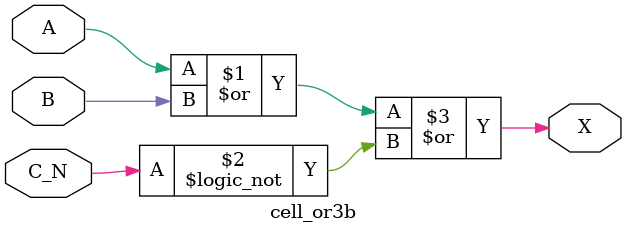
<source format=v>
`timescale 1ps/1ps
module cell_or3b
(
    input wire A,
    input wire B,
    input wire C_N,
    output wire X
);
    assign X = A | B | !C_N;
endmodule

</source>
